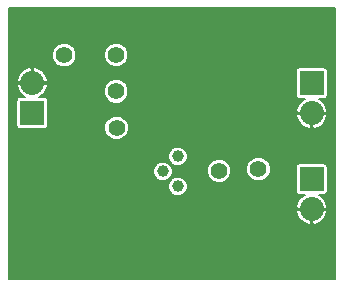
<source format=gbl>
G04 #@! TF.FileFunction,Copper,L2,Bot,Signal*
%FSLAX46Y46*%
G04 Gerber Fmt 4.6, Leading zero omitted, Abs format (unit mm)*
G04 Created by KiCad (PCBNEW 4.0.1-stable) date 2/14/2016 8:13:32 PM*
%MOMM*%
G01*
G04 APERTURE LIST*
%ADD10C,0.100000*%
%ADD11R,2.032000X2.032000*%
%ADD12O,2.032000X2.032000*%
%ADD13C,1.397000*%
%ADD14C,1.000760*%
%ADD15C,0.685800*%
%ADD16C,0.152400*%
G04 APERTURE END LIST*
D10*
D11*
X140400000Y-104850000D03*
D12*
X140400000Y-102310000D03*
D11*
X164060000Y-110450000D03*
D12*
X164060000Y-112990000D03*
D11*
X164070000Y-102330000D03*
D12*
X164070000Y-104870000D03*
D13*
X147520000Y-103010000D03*
X147540000Y-106100000D03*
X147520000Y-99930000D03*
X156220000Y-109740000D03*
X159550000Y-109610000D03*
D14*
X151460000Y-109780000D03*
X152730000Y-108510000D03*
X152730000Y-111050000D03*
D13*
X143110000Y-99950000D03*
D15*
X143360000Y-114970000D03*
X160610000Y-116690000D03*
X148520000Y-116970000D03*
X159190000Y-103750000D03*
D16*
G36*
X166039800Y-118919800D02*
X138440200Y-118919800D01*
X138440200Y-113250617D01*
X162739268Y-113250617D01*
X162740066Y-113254645D01*
X162941815Y-113739617D01*
X163313798Y-114110467D01*
X163799383Y-114310736D01*
X164009200Y-114252695D01*
X164009200Y-113040800D01*
X164110800Y-113040800D01*
X164110800Y-114252695D01*
X164320617Y-114310736D01*
X164806202Y-114110467D01*
X165178185Y-113739617D01*
X165379934Y-113254645D01*
X165380732Y-113250617D01*
X165322628Y-113040800D01*
X164110800Y-113040800D01*
X164009200Y-113040800D01*
X162797372Y-113040800D01*
X162739268Y-113250617D01*
X138440200Y-113250617D01*
X138440200Y-111214488D01*
X151899276Y-111214488D01*
X152025458Y-111519871D01*
X152258900Y-111753721D01*
X152564063Y-111880435D01*
X152894488Y-111880724D01*
X153199871Y-111754542D01*
X153433721Y-111521100D01*
X153560435Y-111215937D01*
X153560724Y-110885512D01*
X153434542Y-110580129D01*
X153201100Y-110346279D01*
X152895937Y-110219565D01*
X152565512Y-110219276D01*
X152260129Y-110345458D01*
X152026279Y-110578900D01*
X151899565Y-110884063D01*
X151899276Y-111214488D01*
X138440200Y-111214488D01*
X138440200Y-109944488D01*
X150629276Y-109944488D01*
X150755458Y-110249871D01*
X150988900Y-110483721D01*
X151294063Y-110610435D01*
X151624488Y-110610724D01*
X151929871Y-110484542D01*
X152163721Y-110251100D01*
X152290435Y-109945937D01*
X152290436Y-109943723D01*
X155191122Y-109943723D01*
X155347402Y-110321950D01*
X155636528Y-110611581D01*
X156014481Y-110768521D01*
X156423723Y-110768878D01*
X156801950Y-110612598D01*
X157091581Y-110323472D01*
X157248521Y-109945519D01*
X157248635Y-109813723D01*
X158521122Y-109813723D01*
X158677402Y-110191950D01*
X158966528Y-110481581D01*
X159344481Y-110638521D01*
X159753723Y-110638878D01*
X160131950Y-110482598D01*
X160421581Y-110193472D01*
X160578521Y-109815519D01*
X160578853Y-109434000D01*
X162707331Y-109434000D01*
X162707331Y-111466000D01*
X162730356Y-111588365D01*
X162802673Y-111700749D01*
X162913017Y-111776144D01*
X163044000Y-111802669D01*
X163475921Y-111802669D01*
X163313798Y-111869533D01*
X162941815Y-112240383D01*
X162740066Y-112725355D01*
X162739268Y-112729383D01*
X162797372Y-112939200D01*
X164009200Y-112939200D01*
X164009200Y-112919200D01*
X164110800Y-112919200D01*
X164110800Y-112939200D01*
X165322628Y-112939200D01*
X165380732Y-112729383D01*
X165379934Y-112725355D01*
X165178185Y-112240383D01*
X164806202Y-111869533D01*
X164644079Y-111802669D01*
X165076000Y-111802669D01*
X165198365Y-111779644D01*
X165310749Y-111707327D01*
X165386144Y-111596983D01*
X165412669Y-111466000D01*
X165412669Y-109434000D01*
X165389644Y-109311635D01*
X165317327Y-109199251D01*
X165206983Y-109123856D01*
X165076000Y-109097331D01*
X163044000Y-109097331D01*
X162921635Y-109120356D01*
X162809251Y-109192673D01*
X162733856Y-109303017D01*
X162707331Y-109434000D01*
X160578853Y-109434000D01*
X160578878Y-109406277D01*
X160422598Y-109028050D01*
X160133472Y-108738419D01*
X159755519Y-108581479D01*
X159346277Y-108581122D01*
X158968050Y-108737402D01*
X158678419Y-109026528D01*
X158521479Y-109404481D01*
X158521122Y-109813723D01*
X157248635Y-109813723D01*
X157248878Y-109536277D01*
X157092598Y-109158050D01*
X156803472Y-108868419D01*
X156425519Y-108711479D01*
X156016277Y-108711122D01*
X155638050Y-108867402D01*
X155348419Y-109156528D01*
X155191479Y-109534481D01*
X155191122Y-109943723D01*
X152290436Y-109943723D01*
X152290724Y-109615512D01*
X152164542Y-109310129D01*
X151931100Y-109076279D01*
X151625937Y-108949565D01*
X151295512Y-108949276D01*
X150990129Y-109075458D01*
X150756279Y-109308900D01*
X150629565Y-109614063D01*
X150629276Y-109944488D01*
X138440200Y-109944488D01*
X138440200Y-108674488D01*
X151899276Y-108674488D01*
X152025458Y-108979871D01*
X152258900Y-109213721D01*
X152564063Y-109340435D01*
X152894488Y-109340724D01*
X153199871Y-109214542D01*
X153433721Y-108981100D01*
X153560435Y-108675937D01*
X153560724Y-108345512D01*
X153434542Y-108040129D01*
X153201100Y-107806279D01*
X152895937Y-107679565D01*
X152565512Y-107679276D01*
X152260129Y-107805458D01*
X152026279Y-108038900D01*
X151899565Y-108344063D01*
X151899276Y-108674488D01*
X138440200Y-108674488D01*
X138440200Y-106303723D01*
X146511122Y-106303723D01*
X146667402Y-106681950D01*
X146956528Y-106971581D01*
X147334481Y-107128521D01*
X147743723Y-107128878D01*
X148121950Y-106972598D01*
X148411581Y-106683472D01*
X148568521Y-106305519D01*
X148568878Y-105896277D01*
X148412598Y-105518050D01*
X148123472Y-105228419D01*
X147887939Y-105130617D01*
X162749268Y-105130617D01*
X162750066Y-105134645D01*
X162951815Y-105619617D01*
X163323798Y-105990467D01*
X163809383Y-106190736D01*
X164019200Y-106132695D01*
X164019200Y-104920800D01*
X164120800Y-104920800D01*
X164120800Y-106132695D01*
X164330617Y-106190736D01*
X164816202Y-105990467D01*
X165188185Y-105619617D01*
X165389934Y-105134645D01*
X165390732Y-105130617D01*
X165332628Y-104920800D01*
X164120800Y-104920800D01*
X164019200Y-104920800D01*
X162807372Y-104920800D01*
X162749268Y-105130617D01*
X147887939Y-105130617D01*
X147745519Y-105071479D01*
X147336277Y-105071122D01*
X146958050Y-105227402D01*
X146668419Y-105516528D01*
X146511479Y-105894481D01*
X146511122Y-106303723D01*
X138440200Y-106303723D01*
X138440200Y-103834000D01*
X139047331Y-103834000D01*
X139047331Y-105866000D01*
X139070356Y-105988365D01*
X139142673Y-106100749D01*
X139253017Y-106176144D01*
X139384000Y-106202669D01*
X141416000Y-106202669D01*
X141538365Y-106179644D01*
X141650749Y-106107327D01*
X141726144Y-105996983D01*
X141752669Y-105866000D01*
X141752669Y-103834000D01*
X141729644Y-103711635D01*
X141657327Y-103599251D01*
X141546983Y-103523856D01*
X141416000Y-103497331D01*
X140984079Y-103497331D01*
X141146202Y-103430467D01*
X141363608Y-103213723D01*
X146491122Y-103213723D01*
X146647402Y-103591950D01*
X146936528Y-103881581D01*
X147314481Y-104038521D01*
X147723723Y-104038878D01*
X148101950Y-103882598D01*
X148391581Y-103593472D01*
X148548521Y-103215519D01*
X148548878Y-102806277D01*
X148392598Y-102428050D01*
X148103472Y-102138419D01*
X147725519Y-101981479D01*
X147316277Y-101981122D01*
X146938050Y-102137402D01*
X146648419Y-102426528D01*
X146491479Y-102804481D01*
X146491122Y-103213723D01*
X141363608Y-103213723D01*
X141518185Y-103059617D01*
X141719934Y-102574645D01*
X141720732Y-102570617D01*
X141662628Y-102360800D01*
X140450800Y-102360800D01*
X140450800Y-102380800D01*
X140349200Y-102380800D01*
X140349200Y-102360800D01*
X139137372Y-102360800D01*
X139079268Y-102570617D01*
X139080066Y-102574645D01*
X139281815Y-103059617D01*
X139653798Y-103430467D01*
X139815921Y-103497331D01*
X139384000Y-103497331D01*
X139261635Y-103520356D01*
X139149251Y-103592673D01*
X139073856Y-103703017D01*
X139047331Y-103834000D01*
X138440200Y-103834000D01*
X138440200Y-102049383D01*
X139079268Y-102049383D01*
X139137372Y-102259200D01*
X140349200Y-102259200D01*
X140349200Y-101047305D01*
X140450800Y-101047305D01*
X140450800Y-102259200D01*
X141662628Y-102259200D01*
X141720732Y-102049383D01*
X141719934Y-102045355D01*
X141518185Y-101560383D01*
X141271050Y-101314000D01*
X162717331Y-101314000D01*
X162717331Y-103346000D01*
X162740356Y-103468365D01*
X162812673Y-103580749D01*
X162923017Y-103656144D01*
X163054000Y-103682669D01*
X163485921Y-103682669D01*
X163323798Y-103749533D01*
X162951815Y-104120383D01*
X162750066Y-104605355D01*
X162749268Y-104609383D01*
X162807372Y-104819200D01*
X164019200Y-104819200D01*
X164019200Y-104799200D01*
X164120800Y-104799200D01*
X164120800Y-104819200D01*
X165332628Y-104819200D01*
X165390732Y-104609383D01*
X165389934Y-104605355D01*
X165188185Y-104120383D01*
X164816202Y-103749533D01*
X164654079Y-103682669D01*
X165086000Y-103682669D01*
X165208365Y-103659644D01*
X165320749Y-103587327D01*
X165396144Y-103476983D01*
X165422669Y-103346000D01*
X165422669Y-101314000D01*
X165399644Y-101191635D01*
X165327327Y-101079251D01*
X165216983Y-101003856D01*
X165086000Y-100977331D01*
X163054000Y-100977331D01*
X162931635Y-101000356D01*
X162819251Y-101072673D01*
X162743856Y-101183017D01*
X162717331Y-101314000D01*
X141271050Y-101314000D01*
X141146202Y-101189533D01*
X140660617Y-100989264D01*
X140450800Y-101047305D01*
X140349200Y-101047305D01*
X140139383Y-100989264D01*
X139653798Y-101189533D01*
X139281815Y-101560383D01*
X139080066Y-102045355D01*
X139079268Y-102049383D01*
X138440200Y-102049383D01*
X138440200Y-100153723D01*
X142081122Y-100153723D01*
X142237402Y-100531950D01*
X142526528Y-100821581D01*
X142904481Y-100978521D01*
X143313723Y-100978878D01*
X143691950Y-100822598D01*
X143981581Y-100533472D01*
X144138521Y-100155519D01*
X144138540Y-100133723D01*
X146491122Y-100133723D01*
X146647402Y-100511950D01*
X146936528Y-100801581D01*
X147314481Y-100958521D01*
X147723723Y-100958878D01*
X148101950Y-100802598D01*
X148391581Y-100513472D01*
X148548521Y-100135519D01*
X148548878Y-99726277D01*
X148392598Y-99348050D01*
X148103472Y-99058419D01*
X147725519Y-98901479D01*
X147316277Y-98901122D01*
X146938050Y-99057402D01*
X146648419Y-99346528D01*
X146491479Y-99724481D01*
X146491122Y-100133723D01*
X144138540Y-100133723D01*
X144138878Y-99746277D01*
X143982598Y-99368050D01*
X143693472Y-99078419D01*
X143315519Y-98921479D01*
X142906277Y-98921122D01*
X142528050Y-99077402D01*
X142238419Y-99366528D01*
X142081479Y-99744481D01*
X142081122Y-100153723D01*
X138440200Y-100153723D01*
X138440200Y-95950200D01*
X166039800Y-95950200D01*
X166039800Y-118919800D01*
X166039800Y-118919800D01*
G37*
X166039800Y-118919800D02*
X138440200Y-118919800D01*
X138440200Y-113250617D01*
X162739268Y-113250617D01*
X162740066Y-113254645D01*
X162941815Y-113739617D01*
X163313798Y-114110467D01*
X163799383Y-114310736D01*
X164009200Y-114252695D01*
X164009200Y-113040800D01*
X164110800Y-113040800D01*
X164110800Y-114252695D01*
X164320617Y-114310736D01*
X164806202Y-114110467D01*
X165178185Y-113739617D01*
X165379934Y-113254645D01*
X165380732Y-113250617D01*
X165322628Y-113040800D01*
X164110800Y-113040800D01*
X164009200Y-113040800D01*
X162797372Y-113040800D01*
X162739268Y-113250617D01*
X138440200Y-113250617D01*
X138440200Y-111214488D01*
X151899276Y-111214488D01*
X152025458Y-111519871D01*
X152258900Y-111753721D01*
X152564063Y-111880435D01*
X152894488Y-111880724D01*
X153199871Y-111754542D01*
X153433721Y-111521100D01*
X153560435Y-111215937D01*
X153560724Y-110885512D01*
X153434542Y-110580129D01*
X153201100Y-110346279D01*
X152895937Y-110219565D01*
X152565512Y-110219276D01*
X152260129Y-110345458D01*
X152026279Y-110578900D01*
X151899565Y-110884063D01*
X151899276Y-111214488D01*
X138440200Y-111214488D01*
X138440200Y-109944488D01*
X150629276Y-109944488D01*
X150755458Y-110249871D01*
X150988900Y-110483721D01*
X151294063Y-110610435D01*
X151624488Y-110610724D01*
X151929871Y-110484542D01*
X152163721Y-110251100D01*
X152290435Y-109945937D01*
X152290436Y-109943723D01*
X155191122Y-109943723D01*
X155347402Y-110321950D01*
X155636528Y-110611581D01*
X156014481Y-110768521D01*
X156423723Y-110768878D01*
X156801950Y-110612598D01*
X157091581Y-110323472D01*
X157248521Y-109945519D01*
X157248635Y-109813723D01*
X158521122Y-109813723D01*
X158677402Y-110191950D01*
X158966528Y-110481581D01*
X159344481Y-110638521D01*
X159753723Y-110638878D01*
X160131950Y-110482598D01*
X160421581Y-110193472D01*
X160578521Y-109815519D01*
X160578853Y-109434000D01*
X162707331Y-109434000D01*
X162707331Y-111466000D01*
X162730356Y-111588365D01*
X162802673Y-111700749D01*
X162913017Y-111776144D01*
X163044000Y-111802669D01*
X163475921Y-111802669D01*
X163313798Y-111869533D01*
X162941815Y-112240383D01*
X162740066Y-112725355D01*
X162739268Y-112729383D01*
X162797372Y-112939200D01*
X164009200Y-112939200D01*
X164009200Y-112919200D01*
X164110800Y-112919200D01*
X164110800Y-112939200D01*
X165322628Y-112939200D01*
X165380732Y-112729383D01*
X165379934Y-112725355D01*
X165178185Y-112240383D01*
X164806202Y-111869533D01*
X164644079Y-111802669D01*
X165076000Y-111802669D01*
X165198365Y-111779644D01*
X165310749Y-111707327D01*
X165386144Y-111596983D01*
X165412669Y-111466000D01*
X165412669Y-109434000D01*
X165389644Y-109311635D01*
X165317327Y-109199251D01*
X165206983Y-109123856D01*
X165076000Y-109097331D01*
X163044000Y-109097331D01*
X162921635Y-109120356D01*
X162809251Y-109192673D01*
X162733856Y-109303017D01*
X162707331Y-109434000D01*
X160578853Y-109434000D01*
X160578878Y-109406277D01*
X160422598Y-109028050D01*
X160133472Y-108738419D01*
X159755519Y-108581479D01*
X159346277Y-108581122D01*
X158968050Y-108737402D01*
X158678419Y-109026528D01*
X158521479Y-109404481D01*
X158521122Y-109813723D01*
X157248635Y-109813723D01*
X157248878Y-109536277D01*
X157092598Y-109158050D01*
X156803472Y-108868419D01*
X156425519Y-108711479D01*
X156016277Y-108711122D01*
X155638050Y-108867402D01*
X155348419Y-109156528D01*
X155191479Y-109534481D01*
X155191122Y-109943723D01*
X152290436Y-109943723D01*
X152290724Y-109615512D01*
X152164542Y-109310129D01*
X151931100Y-109076279D01*
X151625937Y-108949565D01*
X151295512Y-108949276D01*
X150990129Y-109075458D01*
X150756279Y-109308900D01*
X150629565Y-109614063D01*
X150629276Y-109944488D01*
X138440200Y-109944488D01*
X138440200Y-108674488D01*
X151899276Y-108674488D01*
X152025458Y-108979871D01*
X152258900Y-109213721D01*
X152564063Y-109340435D01*
X152894488Y-109340724D01*
X153199871Y-109214542D01*
X153433721Y-108981100D01*
X153560435Y-108675937D01*
X153560724Y-108345512D01*
X153434542Y-108040129D01*
X153201100Y-107806279D01*
X152895937Y-107679565D01*
X152565512Y-107679276D01*
X152260129Y-107805458D01*
X152026279Y-108038900D01*
X151899565Y-108344063D01*
X151899276Y-108674488D01*
X138440200Y-108674488D01*
X138440200Y-106303723D01*
X146511122Y-106303723D01*
X146667402Y-106681950D01*
X146956528Y-106971581D01*
X147334481Y-107128521D01*
X147743723Y-107128878D01*
X148121950Y-106972598D01*
X148411581Y-106683472D01*
X148568521Y-106305519D01*
X148568878Y-105896277D01*
X148412598Y-105518050D01*
X148123472Y-105228419D01*
X147887939Y-105130617D01*
X162749268Y-105130617D01*
X162750066Y-105134645D01*
X162951815Y-105619617D01*
X163323798Y-105990467D01*
X163809383Y-106190736D01*
X164019200Y-106132695D01*
X164019200Y-104920800D01*
X164120800Y-104920800D01*
X164120800Y-106132695D01*
X164330617Y-106190736D01*
X164816202Y-105990467D01*
X165188185Y-105619617D01*
X165389934Y-105134645D01*
X165390732Y-105130617D01*
X165332628Y-104920800D01*
X164120800Y-104920800D01*
X164019200Y-104920800D01*
X162807372Y-104920800D01*
X162749268Y-105130617D01*
X147887939Y-105130617D01*
X147745519Y-105071479D01*
X147336277Y-105071122D01*
X146958050Y-105227402D01*
X146668419Y-105516528D01*
X146511479Y-105894481D01*
X146511122Y-106303723D01*
X138440200Y-106303723D01*
X138440200Y-103834000D01*
X139047331Y-103834000D01*
X139047331Y-105866000D01*
X139070356Y-105988365D01*
X139142673Y-106100749D01*
X139253017Y-106176144D01*
X139384000Y-106202669D01*
X141416000Y-106202669D01*
X141538365Y-106179644D01*
X141650749Y-106107327D01*
X141726144Y-105996983D01*
X141752669Y-105866000D01*
X141752669Y-103834000D01*
X141729644Y-103711635D01*
X141657327Y-103599251D01*
X141546983Y-103523856D01*
X141416000Y-103497331D01*
X140984079Y-103497331D01*
X141146202Y-103430467D01*
X141363608Y-103213723D01*
X146491122Y-103213723D01*
X146647402Y-103591950D01*
X146936528Y-103881581D01*
X147314481Y-104038521D01*
X147723723Y-104038878D01*
X148101950Y-103882598D01*
X148391581Y-103593472D01*
X148548521Y-103215519D01*
X148548878Y-102806277D01*
X148392598Y-102428050D01*
X148103472Y-102138419D01*
X147725519Y-101981479D01*
X147316277Y-101981122D01*
X146938050Y-102137402D01*
X146648419Y-102426528D01*
X146491479Y-102804481D01*
X146491122Y-103213723D01*
X141363608Y-103213723D01*
X141518185Y-103059617D01*
X141719934Y-102574645D01*
X141720732Y-102570617D01*
X141662628Y-102360800D01*
X140450800Y-102360800D01*
X140450800Y-102380800D01*
X140349200Y-102380800D01*
X140349200Y-102360800D01*
X139137372Y-102360800D01*
X139079268Y-102570617D01*
X139080066Y-102574645D01*
X139281815Y-103059617D01*
X139653798Y-103430467D01*
X139815921Y-103497331D01*
X139384000Y-103497331D01*
X139261635Y-103520356D01*
X139149251Y-103592673D01*
X139073856Y-103703017D01*
X139047331Y-103834000D01*
X138440200Y-103834000D01*
X138440200Y-102049383D01*
X139079268Y-102049383D01*
X139137372Y-102259200D01*
X140349200Y-102259200D01*
X140349200Y-101047305D01*
X140450800Y-101047305D01*
X140450800Y-102259200D01*
X141662628Y-102259200D01*
X141720732Y-102049383D01*
X141719934Y-102045355D01*
X141518185Y-101560383D01*
X141271050Y-101314000D01*
X162717331Y-101314000D01*
X162717331Y-103346000D01*
X162740356Y-103468365D01*
X162812673Y-103580749D01*
X162923017Y-103656144D01*
X163054000Y-103682669D01*
X163485921Y-103682669D01*
X163323798Y-103749533D01*
X162951815Y-104120383D01*
X162750066Y-104605355D01*
X162749268Y-104609383D01*
X162807372Y-104819200D01*
X164019200Y-104819200D01*
X164019200Y-104799200D01*
X164120800Y-104799200D01*
X164120800Y-104819200D01*
X165332628Y-104819200D01*
X165390732Y-104609383D01*
X165389934Y-104605355D01*
X165188185Y-104120383D01*
X164816202Y-103749533D01*
X164654079Y-103682669D01*
X165086000Y-103682669D01*
X165208365Y-103659644D01*
X165320749Y-103587327D01*
X165396144Y-103476983D01*
X165422669Y-103346000D01*
X165422669Y-101314000D01*
X165399644Y-101191635D01*
X165327327Y-101079251D01*
X165216983Y-101003856D01*
X165086000Y-100977331D01*
X163054000Y-100977331D01*
X162931635Y-101000356D01*
X162819251Y-101072673D01*
X162743856Y-101183017D01*
X162717331Y-101314000D01*
X141271050Y-101314000D01*
X141146202Y-101189533D01*
X140660617Y-100989264D01*
X140450800Y-101047305D01*
X140349200Y-101047305D01*
X140139383Y-100989264D01*
X139653798Y-101189533D01*
X139281815Y-101560383D01*
X139080066Y-102045355D01*
X139079268Y-102049383D01*
X138440200Y-102049383D01*
X138440200Y-100153723D01*
X142081122Y-100153723D01*
X142237402Y-100531950D01*
X142526528Y-100821581D01*
X142904481Y-100978521D01*
X143313723Y-100978878D01*
X143691950Y-100822598D01*
X143981581Y-100533472D01*
X144138521Y-100155519D01*
X144138540Y-100133723D01*
X146491122Y-100133723D01*
X146647402Y-100511950D01*
X146936528Y-100801581D01*
X147314481Y-100958521D01*
X147723723Y-100958878D01*
X148101950Y-100802598D01*
X148391581Y-100513472D01*
X148548521Y-100135519D01*
X148548878Y-99726277D01*
X148392598Y-99348050D01*
X148103472Y-99058419D01*
X147725519Y-98901479D01*
X147316277Y-98901122D01*
X146938050Y-99057402D01*
X146648419Y-99346528D01*
X146491479Y-99724481D01*
X146491122Y-100133723D01*
X144138540Y-100133723D01*
X144138878Y-99746277D01*
X143982598Y-99368050D01*
X143693472Y-99078419D01*
X143315519Y-98921479D01*
X142906277Y-98921122D01*
X142528050Y-99077402D01*
X142238419Y-99366528D01*
X142081479Y-99744481D01*
X142081122Y-100153723D01*
X138440200Y-100153723D01*
X138440200Y-95950200D01*
X166039800Y-95950200D01*
X166039800Y-118919800D01*
M02*

</source>
